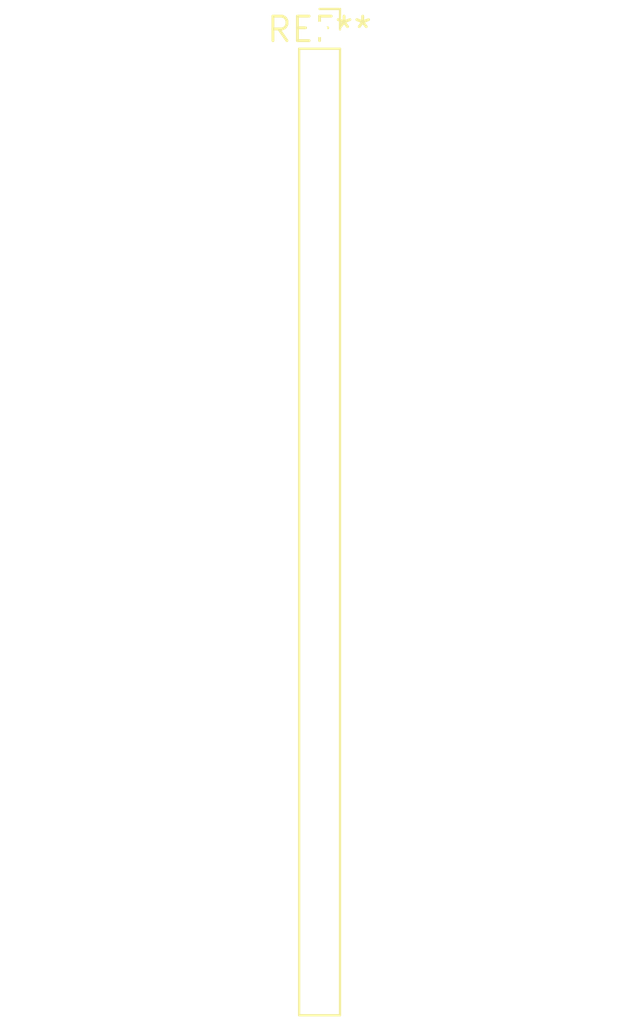
<source format=kicad_pcb>
(kicad_pcb (version 20240108) (generator pcbnew)
  (layers (0 "F.Cu" signal) (31 "B.Cu" signal) (34 "B.Paste" user) (35 "F.Paste" user) (36 "B.SilkS" user "B.Silkscreen") (37 "F.SilkS" user "F.Silkscreen") (38 "B.Mask" user) (39 "F.Mask" user) (44 "Edge.Cuts" user))
  (net 0 "")
  (footprint "PinSocket_1x26_P2.00mm_Vertical" (layer "F.Cu") (at 0 0)
    (property "Reference" "REF**")
    (property "Value" "PinSocket_1x26_P2.00mm_Vertical")
    (fp_line (start -1.06 1) (end -1.06 51.06) (layer "F.SilkS") (stroke (width 0.12)))
    (fp_line (start -1.06 1) (end 1.06 1) (layer "F.SilkS") (stroke (width 0.12)))
    (fp_line (start -1.06 51.06) (end 1.06 51.06) (layer "F.SilkS") (stroke (width 0.12)))
    (fp_line (start 0 -1.06) (end 1.06 -1.06) (layer "F.SilkS") (stroke (width 0.12)))
    (fp_line (start 1.06 -1.06) (end 1.06 0) (layer "F.SilkS") (stroke (width 0.12)))
    (fp_line (start 1.06 1) (end 1.06 51.06) (layer "F.SilkS") (stroke (width 0.12)))
    (pad "1" thru_hole rect (at 0 0) (size 1.35 1.35) (drill 0.8) (layers *.Cu *.Mask) (remove_unused_layers))
    (pad "2" thru_hole oval (at 0 2) (size 1.35 1.35) (drill 0.8) (layers *.Cu *.Mask) (remove_unused_layers))
    (pad "3" thru_hole oval (at 0 4) (size 1.35 1.35) (drill 0.8) (layers *.Cu *.Mask) (remove_unused_layers))
    (pad "4" thru_hole oval (at 0 6) (size 1.35 1.35) (drill 0.8) (layers *.Cu *.Mask) (remove_unused_layers))
    (pad "5" thru_hole oval (at 0 8) (size 1.35 1.35) (drill 0.8) (layers *.Cu *.Mask) (remove_unused_layers))
    (pad "6" thru_hole oval (at 0 10) (size 1.35 1.35) (drill 0.8) (layers *.Cu *.Mask) (remove_unused_layers))
    (pad "7" thru_hole oval (at 0 12) (size 1.35 1.35) (drill 0.8) (layers *.Cu *.Mask) (remove_unused_layers))
    (pad "8" thru_hole oval (at 0 14) (size 1.35 1.35) (drill 0.8) (layers *.Cu *.Mask) (remove_unused_layers))
    (pad "9" thru_hole oval (at 0 16) (size 1.35 1.35) (drill 0.8) (layers *.Cu *.Mask) (remove_unused_layers))
    (pad "10" thru_hole oval (at 0 18) (size 1.35 1.35) (drill 0.8) (layers *.Cu *.Mask) (remove_unused_layers))
    (pad "11" thru_hole oval (at 0 20) (size 1.35 1.35) (drill 0.8) (layers *.Cu *.Mask) (remove_unused_layers))
    (pad "12" thru_hole oval (at 0 22) (size 1.35 1.35) (drill 0.8) (layers *.Cu *.Mask) (remove_unused_layers))
    (pad "13" thru_hole oval (at 0 24) (size 1.35 1.35) (drill 0.8) (layers *.Cu *.Mask) (remove_unused_layers))
    (pad "14" thru_hole oval (at 0 26) (size 1.35 1.35) (drill 0.8) (layers *.Cu *.Mask) (remove_unused_layers))
    (pad "15" thru_hole oval (at 0 28) (size 1.35 1.35) (drill 0.8) (layers *.Cu *.Mask) (remove_unused_layers))
    (pad "16" thru_hole oval (at 0 30) (size 1.35 1.35) (drill 0.8) (layers *.Cu *.Mask) (remove_unused_layers))
    (pad "17" thru_hole oval (at 0 32) (size 1.35 1.35) (drill 0.8) (layers *.Cu *.Mask) (remove_unused_layers))
    (pad "18" thru_hole oval (at 0 34) (size 1.35 1.35) (drill 0.8) (layers *.Cu *.Mask) (remove_unused_layers))
    (pad "19" thru_hole oval (at 0 36) (size 1.35 1.35) (drill 0.8) (layers *.Cu *.Mask) (remove_unused_layers))
    (pad "20" thru_hole oval (at 0 38) (size 1.35 1.35) (drill 0.8) (layers *.Cu *.Mask) (remove_unused_layers))
    (pad "21" thru_hole oval (at 0 40) (size 1.35 1.35) (drill 0.8) (layers *.Cu *.Mask) (remove_unused_layers))
    (pad "22" thru_hole oval (at 0 42) (size 1.35 1.35) (drill 0.8) (layers *.Cu *.Mask) (remove_unused_layers))
    (pad "23" thru_hole oval (at 0 44) (size 1.35 1.35) (drill 0.8) (layers *.Cu *.Mask) (remove_unused_layers))
    (pad "24" thru_hole oval (at 0 46) (size 1.35 1.35) (drill 0.8) (layers *.Cu *.Mask) (remove_unused_layers))
    (pad "25" thru_hole oval (at 0 48) (size 1.35 1.35) (drill 0.8) (layers *.Cu *.Mask) (remove_unused_layers))
    (pad "26" thru_hole oval (at 0 50) (size 1.35 1.35) (drill 0.8) (layers *.Cu *.Mask) (remove_unused_layers))
  )
)
</source>
